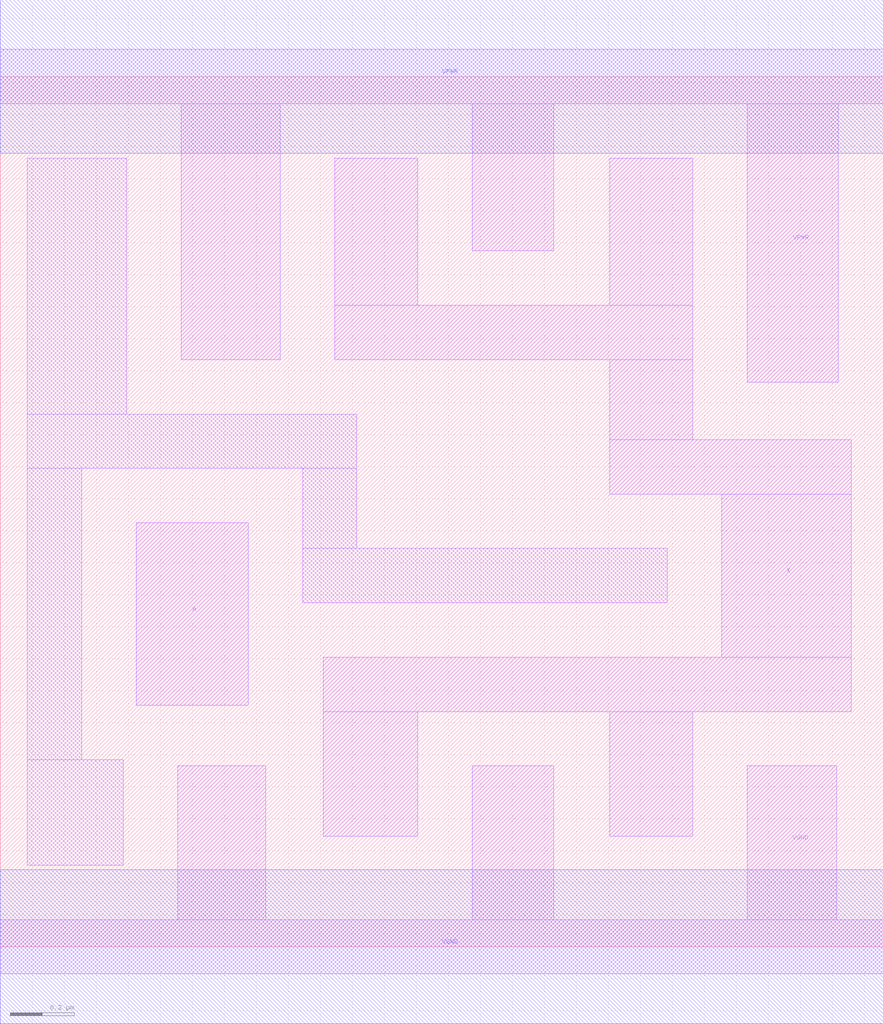
<source format=lef>
# Copyright 2020 The SkyWater PDK Authors
#
# Licensed under the Apache License, Version 2.0 (the "License");
# you may not use this file except in compliance with the License.
# You may obtain a copy of the License at
#
#     https://www.apache.org/licenses/LICENSE-2.0
#
# Unless required by applicable law or agreed to in writing, software
# distributed under the License is distributed on an "AS IS" BASIS,
# WITHOUT WARRANTIES OR CONDITIONS OF ANY KIND, either express or implied.
# See the License for the specific language governing permissions and
# limitations under the License.
#
# SPDX-License-Identifier: Apache-2.0

VERSION 5.5 ;
NAMESCASESENSITIVE ON ;
BUSBITCHARS "[]" ;
DIVIDERCHAR "/" ;
MACRO sky130_fd_sc_hd__clkbuf_4
  CLASS CORE ;
  SOURCE USER ;
  ORIGIN  0.000000  0.000000 ;
  SIZE  2.760000 BY  2.720000 ;
  SYMMETRY X Y R90 ;
  SITE unithd ;
  PIN A
    ANTENNAGATEAREA  0.213000 ;
    DIRECTION INPUT ;
    USE SIGNAL ;
    PORT
      LAYER li1 ;
        RECT 0.425000 0.755000 0.775000 1.325000 ;
    END
  END A
  PIN X
    ANTENNADIFFAREA  0.795200 ;
    DIRECTION OUTPUT ;
    USE SIGNAL ;
    PORT
      LAYER li1 ;
        RECT 1.010000 0.345000 1.305000 0.735000 ;
        RECT 1.010000 0.735000 2.660000 0.905000 ;
        RECT 1.045000 1.835000 2.165000 2.005000 ;
        RECT 1.045000 2.005000 1.305000 2.465000 ;
        RECT 1.905000 0.345000 2.165000 0.735000 ;
        RECT 1.905000 1.415000 2.660000 1.585000 ;
        RECT 1.905000 1.585000 2.165000 1.835000 ;
        RECT 1.905000 2.005000 2.165000 2.465000 ;
        RECT 2.255000 0.905000 2.660000 1.415000 ;
    END
  END X
  PIN VGND
    DIRECTION INOUT ;
    SHAPE ABUTMENT ;
    USE GROUND ;
    PORT
      LAYER li1 ;
        RECT 0.000000 -0.085000 2.760000 0.085000 ;
        RECT 0.555000  0.085000 0.830000 0.565000 ;
        RECT 1.475000  0.085000 1.730000 0.565000 ;
        RECT 2.335000  0.085000 2.615000 0.565000 ;
    END
    PORT
      LAYER met1 ;
        RECT 0.000000 -0.240000 2.760000 0.240000 ;
    END
  END VGND
  PIN VPWR
    DIRECTION INOUT ;
    SHAPE ABUTMENT ;
    USE POWER ;
    PORT
      LAYER li1 ;
        RECT 0.000000 2.635000 2.760000 2.805000 ;
        RECT 0.565000 1.835000 0.875000 2.635000 ;
        RECT 1.475000 2.175000 1.730000 2.635000 ;
        RECT 2.335000 1.765000 2.620000 2.635000 ;
    END
    PORT
      LAYER met1 ;
        RECT 0.000000 2.480000 2.760000 2.960000 ;
    END
  END VPWR
  OBS
    LAYER li1 ;
      RECT 0.085000 0.255000 0.385000 0.585000 ;
      RECT 0.085000 0.585000 0.255000 1.495000 ;
      RECT 0.085000 1.495000 1.115000 1.665000 ;
      RECT 0.085000 1.665000 0.395000 2.465000 ;
      RECT 0.945000 1.075000 2.085000 1.245000 ;
      RECT 0.945000 1.245000 1.115000 1.495000 ;
  END
END sky130_fd_sc_hd__clkbuf_4
END LIBRARY

</source>
